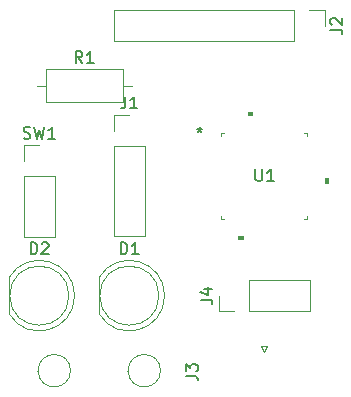
<source format=gbr>
%TF.GenerationSoftware,KiCad,Pcbnew,(6.0.5)*%
%TF.CreationDate,2022-08-05T22:50:17+10:00*%
%TF.ProjectId,stm8_target,73746d38-5f74-4617-9267-65742e6b6963,rev?*%
%TF.SameCoordinates,Original*%
%TF.FileFunction,Legend,Top*%
%TF.FilePolarity,Positive*%
%FSLAX46Y46*%
G04 Gerber Fmt 4.6, Leading zero omitted, Abs format (unit mm)*
G04 Created by KiCad (PCBNEW (6.0.5)) date 2022-08-05 22:50:17*
%MOMM*%
%LPD*%
G01*
G04 APERTURE LIST*
%ADD10C,0.150000*%
%ADD11C,0.120000*%
%ADD12C,0.100000*%
G04 APERTURE END LIST*
D10*
%TO.C,D2*%
X74191904Y-100632380D02*
X74191904Y-99632380D01*
X74430000Y-99632380D01*
X74572857Y-99680000D01*
X74668095Y-99775238D01*
X74715714Y-99870476D01*
X74763333Y-100060952D01*
X74763333Y-100203809D01*
X74715714Y-100394285D01*
X74668095Y-100489523D01*
X74572857Y-100584761D01*
X74430000Y-100632380D01*
X74191904Y-100632380D01*
X75144285Y-99727619D02*
X75191904Y-99680000D01*
X75287142Y-99632380D01*
X75525238Y-99632380D01*
X75620476Y-99680000D01*
X75668095Y-99727619D01*
X75715714Y-99822857D01*
X75715714Y-99918095D01*
X75668095Y-100060952D01*
X75096666Y-100632380D01*
X75715714Y-100632380D01*
%TO.C,D1*%
X81811904Y-100632380D02*
X81811904Y-99632380D01*
X82050000Y-99632380D01*
X82192857Y-99680000D01*
X82288095Y-99775238D01*
X82335714Y-99870476D01*
X82383333Y-100060952D01*
X82383333Y-100203809D01*
X82335714Y-100394285D01*
X82288095Y-100489523D01*
X82192857Y-100584761D01*
X82050000Y-100632380D01*
X81811904Y-100632380D01*
X83335714Y-100632380D02*
X82764285Y-100632380D01*
X83050000Y-100632380D02*
X83050000Y-99632380D01*
X82954761Y-99775238D01*
X82859523Y-99870476D01*
X82764285Y-99918095D01*
%TO.C,J4*%
X88577380Y-104473333D02*
X89291666Y-104473333D01*
X89434523Y-104520952D01*
X89529761Y-104616190D01*
X89577380Y-104759047D01*
X89577380Y-104854285D01*
X88910714Y-103568571D02*
X89577380Y-103568571D01*
X88529761Y-103806666D02*
X89244047Y-104044761D01*
X89244047Y-103425714D01*
%TO.C,U1*%
X93218095Y-93432380D02*
X93218095Y-94241904D01*
X93265714Y-94337142D01*
X93313333Y-94384761D01*
X93408571Y-94432380D01*
X93599047Y-94432380D01*
X93694285Y-94384761D01*
X93741904Y-94337142D01*
X93789523Y-94241904D01*
X93789523Y-93432380D01*
X94789523Y-94432380D02*
X94218095Y-94432380D01*
X94503809Y-94432380D02*
X94503809Y-93432380D01*
X94408571Y-93575238D01*
X94313333Y-93670476D01*
X94218095Y-93718095D01*
X88493600Y-89851380D02*
X88493600Y-90089476D01*
X88255504Y-89994238D02*
X88493600Y-90089476D01*
X88731695Y-89994238D01*
X88350742Y-90279952D02*
X88493600Y-90089476D01*
X88636457Y-90279952D01*
X88493600Y-89851380D02*
X88493600Y-90089476D01*
X88255504Y-89994238D02*
X88493600Y-90089476D01*
X88731695Y-89994238D01*
X88350742Y-90279952D02*
X88493600Y-90089476D01*
X88636457Y-90279952D01*
%TO.C,R1*%
X78573333Y-84442380D02*
X78240000Y-83966190D01*
X78001904Y-84442380D02*
X78001904Y-83442380D01*
X78382857Y-83442380D01*
X78478095Y-83490000D01*
X78525714Y-83537619D01*
X78573333Y-83632857D01*
X78573333Y-83775714D01*
X78525714Y-83870952D01*
X78478095Y-83918571D01*
X78382857Y-83966190D01*
X78001904Y-83966190D01*
X79525714Y-84442380D02*
X78954285Y-84442380D01*
X79240000Y-84442380D02*
X79240000Y-83442380D01*
X79144761Y-83585238D01*
X79049523Y-83680476D01*
X78954285Y-83728095D01*
%TO.C,J1*%
X82216666Y-87292380D02*
X82216666Y-88006666D01*
X82169047Y-88149523D01*
X82073809Y-88244761D01*
X81930952Y-88292380D01*
X81835714Y-88292380D01*
X83216666Y-88292380D02*
X82645238Y-88292380D01*
X82930952Y-88292380D02*
X82930952Y-87292380D01*
X82835714Y-87435238D01*
X82740476Y-87530476D01*
X82645238Y-87578095D01*
%TO.C,J3*%
X87332380Y-110933333D02*
X88046666Y-110933333D01*
X88189523Y-110980952D01*
X88284761Y-111076190D01*
X88332380Y-111219047D01*
X88332380Y-111314285D01*
X87332380Y-110552380D02*
X87332380Y-109933333D01*
X87713333Y-110266666D01*
X87713333Y-110123809D01*
X87760952Y-110028571D01*
X87808571Y-109980952D01*
X87903809Y-109933333D01*
X88141904Y-109933333D01*
X88237142Y-109980952D01*
X88284761Y-110028571D01*
X88332380Y-110123809D01*
X88332380Y-110409523D01*
X88284761Y-110504761D01*
X88237142Y-110552380D01*
%TO.C,SW1*%
X73596666Y-90799761D02*
X73739523Y-90847380D01*
X73977619Y-90847380D01*
X74072857Y-90799761D01*
X74120476Y-90752142D01*
X74168095Y-90656904D01*
X74168095Y-90561666D01*
X74120476Y-90466428D01*
X74072857Y-90418809D01*
X73977619Y-90371190D01*
X73787142Y-90323571D01*
X73691904Y-90275952D01*
X73644285Y-90228333D01*
X73596666Y-90133095D01*
X73596666Y-90037857D01*
X73644285Y-89942619D01*
X73691904Y-89895000D01*
X73787142Y-89847380D01*
X74025238Y-89847380D01*
X74168095Y-89895000D01*
X74501428Y-89847380D02*
X74739523Y-90847380D01*
X74930000Y-90133095D01*
X75120476Y-90847380D01*
X75358571Y-89847380D01*
X76263333Y-90847380D02*
X75691904Y-90847380D01*
X75977619Y-90847380D02*
X75977619Y-89847380D01*
X75882380Y-89990238D01*
X75787142Y-90085476D01*
X75691904Y-90133095D01*
%TO.C,J2*%
X99577380Y-81613333D02*
X100291666Y-81613333D01*
X100434523Y-81660952D01*
X100529761Y-81756190D01*
X100577380Y-81899047D01*
X100577380Y-81994285D01*
X99672619Y-81184761D02*
X99625000Y-81137142D01*
X99577380Y-81041904D01*
X99577380Y-80803809D01*
X99625000Y-80708571D01*
X99672619Y-80660952D01*
X99767857Y-80613333D01*
X99863095Y-80613333D01*
X100005952Y-80660952D01*
X100577380Y-81232380D01*
X100577380Y-80613333D01*
D11*
%TO.C,R3*%
X74830000Y-110490000D02*
X74760000Y-110490000D01*
X77570000Y-110490000D02*
G75*
G03*
X77570000Y-110490000I-1370000J0D01*
G01*
%TO.C,R2*%
X82450000Y-110490000D02*
X82380000Y-110490000D01*
X85190000Y-110490000D02*
G75*
G03*
X85190000Y-110490000I-1370000J0D01*
G01*
%TO.C,D2*%
X72370000Y-102595000D02*
X72370000Y-105685000D01*
X72370000Y-105684830D02*
G75*
G03*
X77920000Y-104139538I2560000J1544830D01*
G01*
X77920000Y-104140462D02*
G75*
G03*
X72370000Y-102595170I-2990000J462D01*
G01*
X77430000Y-104140000D02*
G75*
G03*
X77430000Y-104140000I-2500000J0D01*
G01*
%TO.C,D1*%
X79990000Y-102595000D02*
X79990000Y-105685000D01*
X79990000Y-105684830D02*
G75*
G03*
X85540000Y-104139538I2560000J1544830D01*
G01*
X85540000Y-104140462D02*
G75*
G03*
X79990000Y-102595170I-2990000J462D01*
G01*
X85050000Y-104140000D02*
G75*
G03*
X85050000Y-104140000I-2500000J0D01*
G01*
%TO.C,J4*%
X92725000Y-102810000D02*
X97865000Y-102810000D01*
X92725000Y-105470000D02*
X92725000Y-102810000D01*
X90125000Y-105470000D02*
X90125000Y-104140000D01*
X92725000Y-105470000D02*
X97865000Y-105470000D01*
X97865000Y-105470000D02*
X97865000Y-102810000D01*
X91455000Y-105470000D02*
X90125000Y-105470000D01*
%TO.C,U1*%
X97612200Y-90347800D02*
X97366739Y-90347800D01*
X90347800Y-90347800D02*
X90347800Y-90593261D01*
X90347800Y-97366739D02*
X90347800Y-97612200D01*
X97366739Y-97612200D02*
X97612200Y-97612200D01*
X90593261Y-90347800D02*
X90347800Y-90347800D01*
X97612200Y-90593261D02*
X97612200Y-90347800D01*
X90347800Y-97612200D02*
X90593261Y-97612200D01*
X97612200Y-97612200D02*
X97612200Y-97366739D01*
G36*
X92970500Y-88874600D02*
G01*
X92589500Y-88874600D01*
X92589500Y-88620600D01*
X92970500Y-88620600D01*
X92970500Y-88874600D01*
G37*
D12*
X92970500Y-88874600D02*
X92589500Y-88874600D01*
X92589500Y-88620600D01*
X92970500Y-88620600D01*
X92970500Y-88874600D01*
G36*
X99339400Y-94570499D02*
G01*
X99085400Y-94570499D01*
X99085400Y-94189499D01*
X99339400Y-94189499D01*
X99339400Y-94570499D01*
G37*
X99339400Y-94570499D02*
X99085400Y-94570499D01*
X99085400Y-94189499D01*
X99339400Y-94189499D01*
X99339400Y-94570499D01*
G36*
X92170499Y-99339400D02*
G01*
X91789499Y-99339400D01*
X91789499Y-99085400D01*
X92170499Y-99085400D01*
X92170499Y-99339400D01*
G37*
X92170499Y-99339400D02*
X91789499Y-99339400D01*
X91789499Y-99085400D01*
X92170499Y-99085400D01*
X92170499Y-99339400D01*
D11*
%TO.C,R1*%
X74700000Y-86360000D02*
X75470000Y-86360000D01*
X82010000Y-87730000D02*
X82010000Y-84990000D01*
X82010000Y-84990000D02*
X75470000Y-84990000D01*
X75470000Y-84990000D02*
X75470000Y-87730000D01*
X75470000Y-87730000D02*
X82010000Y-87730000D01*
X82780000Y-86360000D02*
X82010000Y-86360000D01*
%TO.C,J1*%
X81220000Y-88840000D02*
X82550000Y-88840000D01*
X81220000Y-91440000D02*
X83880000Y-91440000D01*
X83880000Y-91440000D02*
X83880000Y-99120000D01*
X81220000Y-91440000D02*
X81220000Y-99120000D01*
X81220000Y-99120000D02*
X83880000Y-99120000D01*
X81220000Y-90170000D02*
X81220000Y-88840000D01*
%TO.C,J3*%
X94230000Y-108405000D02*
X93730000Y-108405000D01*
X93980000Y-108905000D02*
X94230000Y-108405000D01*
X93730000Y-108405000D02*
X93980000Y-108905000D01*
%TO.C,SW1*%
X73600000Y-92725000D02*
X73600000Y-91395000D01*
X73600000Y-99135000D02*
X76260000Y-99135000D01*
X73600000Y-93995000D02*
X76260000Y-93995000D01*
X73600000Y-93995000D02*
X73600000Y-99135000D01*
X76260000Y-93995000D02*
X76260000Y-99135000D01*
X73600000Y-91395000D02*
X74930000Y-91395000D01*
%TO.C,J2*%
X81225000Y-79950000D02*
X81225000Y-82610000D01*
X99125000Y-79950000D02*
X99125000Y-81280000D01*
X96525000Y-82610000D02*
X81225000Y-82610000D01*
X96525000Y-79950000D02*
X81225000Y-79950000D01*
X97795000Y-79950000D02*
X99125000Y-79950000D01*
X96525000Y-79950000D02*
X96525000Y-82610000D01*
%TD*%
M02*

</source>
